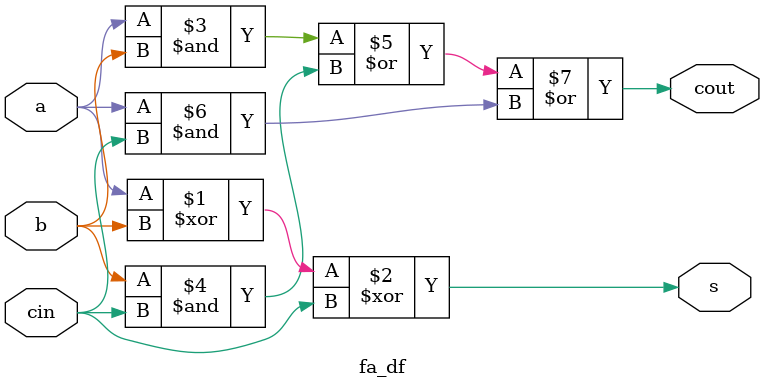
<source format=v>
`timescale 1ns / 1ps
module fa_df(a,b,cin,s,cout);
input a,b,cin;
output cout,s;
assign s=a^b^cin;
assign cout=(a&b)|(b&cin)|(a&cin);


endmodule

</source>
